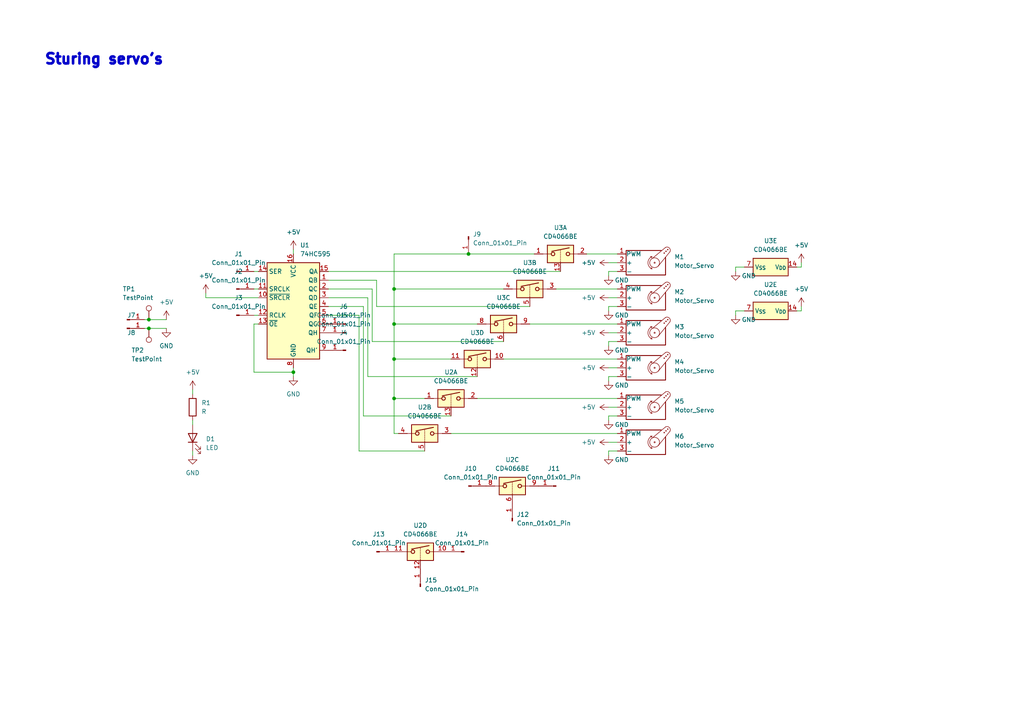
<source format=kicad_sch>
(kicad_sch (version 20230121) (generator eeschema)
  (paper "A4")
  (lib_symbols
    (symbol "+5V_3" (power) (pin_names (offset 0))
      (property "Value" "+5V_3" (at 0 3.556 0))
      (symbol "+5V_3_0_1"
        (polyline (pts (xy -0.762 1.27) (xy 0 2.54)))
        (polyline (pts (xy 0 0) (xy 0 2.54)))
        (polyline (pts (xy 0 2.54) (xy 0.762 1.27)))
      )
      (symbol "+5V_3_1_1"
        (pin power_in line (at 0 0 90) (length 0) hide (name "+5V") (number "1"))
      )
    )
    (symbol "74xx:74HC595"
      (property "Reference" "U" (at -7.62 13.97 0))
      (property "Value" "74HC595" (at -7.62 -16.51 0))
      (symbol "74HC595_1_0"
        (pin tri_state line (at 10.16 7.62 180) (length 2.54) (name "QB") (number "1"))
        (pin input line (at -10.16 2.54 0) (length 2.54) (name "~{SRCLR}") (number "10"))
        (pin input line (at -10.16 5.08 0) (length 2.54) (name "SRCLK") (number "11"))
        (pin input line (at -10.16 -2.54 0) (length 2.54) (name "RCLK") (number "12"))
        (pin input line (at -10.16 -5.08 0) (length 2.54) (name "~{OE}") (number "13"))
        (pin input line (at -10.16 10.16 0) (length 2.54) (name "SER") (number "14"))
        (pin tri_state line (at 10.16 10.16 180) (length 2.54) (name "QA") (number "15"))
        (pin power_in line (at 0 15.24 270) (length 2.54) (name "VCC") (number "16"))
        (pin tri_state line (at 10.16 5.08 180) (length 2.54) (name "QC") (number "2"))
        (pin tri_state line (at 10.16 2.54 180) (length 2.54) (name "QD") (number "3"))
        (pin tri_state line (at 10.16 0 180) (length 2.54) (name "QE") (number "4"))
        (pin tri_state line (at 10.16 -2.54 180) (length 2.54) (name "QF") (number "5"))
        (pin tri_state line (at 10.16 -5.08 180) (length 2.54) (name "QG") (number "6"))
        (pin tri_state line (at 10.16 -7.62 180) (length 2.54) (name "QH") (number "7"))
        (pin power_in line (at 0 -17.78 90) (length 2.54) (name "GND") (number "8"))
        (pin output line (at 10.16 -12.7 180) (length 2.54) (name "QH'") (number "9"))
      )
      (symbol "74HC595_1_1"
        (rectangle (start -7.62 12.7) (end 7.62 -15.24) (stroke (width 0.254)) (fill (type background)))
      )
    )
    (symbol "Analog_Switch:CD4066BE"
      (property "Reference" "U" (at -5.08 3.81 0))
      (property "Value" "CD4066BE" (at 7.62 3.81 0))
      (symbol "CD4066BE_1_1"
        (rectangle (start -3.81 2.54) (end 3.81 -2.54) (stroke (width 0.254)) (fill (type background)))
        (circle (center -2.159 0) (radius 0.508) (stroke (width 0.254)))
        (polyline (pts (xy -5.08 0) (xy -2.794 0)))
        (polyline (pts (xy -2.54 0.762) (xy 2.54 1.778)) (stroke (width 0.254)))
        (polyline (pts (xy 0 -2.54) (xy 0 -2.032)))
        (polyline (pts (xy 0 -1.778) (xy 0 -1.524)))
        (polyline (pts (xy 0 -1.27) (xy 0 -1.016)))
        (polyline (pts (xy 0 -0.762) (xy 0 -0.508)))
        (polyline (pts (xy 0 -0.254) (xy 0 0)))
        (polyline (pts (xy 0 0.254) (xy 0 0.508)))
        (polyline (pts (xy 0 0.762) (xy 0 1.016)))
        (polyline (pts (xy 5.08 0) (xy 2.794 0)))
        (circle (center 2.159 0) (radius 0.508) (stroke (width 0.254)))
        (pin bidirectional line (at -7.62 0 0) (length 2.54) (name "~") (number "1"))
        (pin input line (at 0 -5.08 90) (length 2.54) (name "~") (number "13"))
        (pin bidirectional line (at 7.62 0 180) (length 2.54) (name "~") (number "2"))
      )
      (symbol "CD4066BE_2_1"
        (rectangle (start -3.81 2.54) (end 3.81 -2.54) (stroke (width 0.254)) (fill (type background)))
        (circle (center -2.159 0) (radius 0.508) (stroke (width 0.254)))
        (polyline (pts (xy -5.08 0) (xy -2.794 0)))
        (polyline (pts (xy -2.54 0.762) (xy 2.54 1.778)) (stroke (width 0.254)))
        (polyline (pts (xy 0 -2.54) (xy 0 -2.032)))
        (polyline (pts (xy 0 -1.778) (xy 0 -1.524)))
        (polyline (pts (xy 0 -1.27) (xy 0 -1.016)))
        (polyline (pts (xy 0 -0.762) (xy 0 -0.508)))
        (polyline (pts (xy 0 -0.254) (xy 0 0)))
        (polyline (pts (xy 0 0.254) (xy 0 0.508)))
        (polyline (pts (xy 0 0.762) (xy 0 1.016)))
        (polyline (pts (xy 5.08 0) (xy 2.794 0)))
        (circle (center 2.159 0) (radius 0.508) (stroke (width 0.254)))
        (pin bidirectional line (at 7.62 0 180) (length 2.54) (name "~") (number "3"))
        (pin bidirectional line (at -7.62 0 0) (length 2.54) (name "~") (number "4"))
        (pin input line (at 0 -5.08 90) (length 2.54) (name "~") (number "5"))
      )
      (symbol "CD4066BE_3_1"
        (rectangle (start -3.81 2.54) (end 3.81 -2.54) (stroke (width 0.254)) (fill (type background)))
        (circle (center -2.159 0) (radius 0.508) (stroke (width 0.254)))
        (polyline (pts (xy -5.08 0) (xy -2.794 0)))
        (polyline (pts (xy -2.54 0.762) (xy 2.54 1.778)) (stroke (width 0.254)))
        (polyline (pts (xy 0 -2.54) (xy 0 -2.032)))
        (polyline (pts (xy 0 -1.778) (xy 0 -1.524)))
        (polyline (pts (xy 0 -1.27) (xy 0 -1.016)))
        (polyline (pts (xy 0 -0.762) (xy 0 -0.508)))
        (polyline (pts (xy 0 -0.254) (xy 0 0)))
        (polyline (pts (xy 0 0.254) (xy 0 0.508)))
        (polyline (pts (xy 0 0.762) (xy 0 1.016)))
        (polyline (pts (xy 5.08 0) (xy 2.794 0)))
        (circle (center 2.159 0) (radius 0.508) (stroke (width 0.254)))
        (pin input line (at 0 -5.08 90) (length 2.54) (name "~") (number "6"))
        (pin bidirectional line (at -7.62 0 0) (length 2.54) (name "~") (number "8"))
        (pin bidirectional line (at 7.62 0 180) (length 2.54) (name "~") (number "9"))
      )
      (symbol "CD4066BE_4_1"
        (rectangle (start -3.81 2.54) (end 3.81 -2.54) (stroke (width 0.254)) (fill (type background)))
        (circle (center -2.159 0) (radius 0.508) (stroke (width 0.254)))
        (polyline (pts (xy -5.08 0) (xy -2.794 0)))
        (polyline (pts (xy -2.54 0.762) (xy 2.54 1.778)) (stroke (width 0.254)))
        (polyline (pts (xy 0 -2.54) (xy 0 -2.032)))
        (polyline (pts (xy 0 -1.778) (xy 0 -1.524)))
        (polyline (pts (xy 0 -1.27) (xy 0 -1.016)))
        (polyline (pts (xy 0 -0.762) (xy 0 -0.508)))
        (polyline (pts (xy 0 -0.254) (xy 0 0)))
        (polyline (pts (xy 0 0.254) (xy 0 0.508)))
        (polyline (pts (xy 0 0.762) (xy 0 1.016)))
        (polyline (pts (xy 5.08 0) (xy 2.794 0)))
        (circle (center 2.159 0) (radius 0.508) (stroke (width 0.254)))
        (pin bidirectional line (at 7.62 0 180) (length 2.54) (name "~") (number "10"))
        (pin bidirectional line (at -7.62 0 0) (length 2.54) (name "~") (number "11"))
        (pin input line (at 0 -5.08 90) (length 2.54) (name "~") (number "12"))
      )
      (symbol "CD4066BE_5_1"
        (rectangle (start -2.54 5.08) (end 2.54 -5.08) (stroke (width 0.254)) (fill (type background)))
        (pin power_in line (at 0 7.62 270) (length 2.54) (name "V_{DD}") (number "14"))
        (pin power_in line (at 0 -7.62 90) (length 2.54) (name "V_{SS}") (number "7"))
      )
    )
    (symbol "Connector:Conn_01x01_Pin" (pin_names (offset 1.016) hide)
      (property "Reference" "J" (at 0 2.54 0))
      (property "Value" "Conn_01x01_Pin" (at 0 -2.54 0))
      (symbol "Conn_01x01_Pin_1_1"
        (polyline (pts (xy 1.27 0) (xy 0.8636 0)) (stroke (width 0.1524)))
        (rectangle (start 0.8636 0.127) (end 0 -0.127) (stroke (width 0.1524)) (fill (type outline)))
        (pin passive line (at 5.08 0 180) (length 3.81) (name "Pin_1") (number "1"))
      )
    )
    (symbol "Connector:TestPoint" (pin_numbers hide) (pin_names (offset 0.762) hide)
      (property "Reference" "TP" (at 0 6.858 0))
      (property "Value" "TestPoint" (at 0 5.08 0))
      (symbol "TestPoint_0_1"
        (circle (center 0 3.302) (radius 0.762))
      )
      (symbol "TestPoint_1_1"
        (pin passive line (at 0 0 90) (length 2.54) (name "1") (number "1"))
      )
    )
    (symbol "Device:LED" (pin_numbers hide) (pin_names (offset 1.016) hide)
      (property "Reference" "D" (at 0 2.54 0))
      (property "Value" "LED" (at 0 -2.54 0))
      (symbol "LED_0_1"
        (polyline (pts (xy -1.27 -1.27) (xy -1.27 1.27)) (stroke (width 0.254)))
        (polyline (pts (xy -1.27 0) (xy 1.27 0)))
        (polyline (pts (xy 1.27 -1.27) (xy 1.27 1.27) (xy -1.27 0) (xy 1.27 -1.27)) (stroke (width 0.254)))
        (polyline (pts (xy -3.048 -0.762) (xy -4.572 -2.286) (xy -3.81 -2.286) (xy -4.572 -2.286) (xy -4.572 -1.524)))
        (polyline (pts (xy -1.778 -0.762) (xy -3.302 -2.286) (xy -2.54 -2.286) (xy -3.302 -2.286) (xy -3.302 -1.524)))
      )
      (symbol "LED_1_1"
        (pin passive line (at -3.81 0 0) (length 2.54) (name "K") (number "1"))
        (pin passive line (at 3.81 0 180) (length 2.54) (name "A") (number "2"))
      )
    )
    (symbol "Device:R" (pin_numbers hide) (pin_names (offset 0))
      (property "Reference" "R" (at 2.032 0 90))
      (property "Value" "R" (at 0 0 90))
      (symbol "R_0_1"
        (rectangle (start -1.016 -2.54) (end 1.016 2.54) (stroke (width 0.254)))
      )
      (symbol "R_1_1"
        (pin passive line (at 0 3.81 270) (length 1.27) (name "~") (number "1"))
        (pin passive line (at 0 -3.81 90) (length 1.27) (name "~") (number "2"))
      )
    )
    (symbol "GND_1" (power) (pin_names (offset 0))
      (property "Value" "GND_1" (at 0 -3.81 0))
      (symbol "GND_1_0_1"
        (polyline (pts (xy 0 0) (xy 0 -1.27) (xy 1.27 -1.27) (xy 0 -2.54) (xy -1.27 -1.27) (xy 0 -1.27)))
      )
      (symbol "GND_1_1_1"
        (pin power_in line (at 0 0 270) (length 0) hide (name "GND") (number "1"))
      )
    )
    (symbol "GND_4" (power) (pin_names (offset 0))
      (property "Value" "GND_4" (at 0 -3.81 0))
      (symbol "GND_4_0_1"
        (polyline (pts (xy 0 0) (xy 0 -1.27) (xy 1.27 -1.27) (xy 0 -2.54) (xy -1.27 -1.27) (xy 0 -1.27)))
      )
      (symbol "GND_4_1_1"
        (pin power_in line (at 0 0 270) (length 0) hide (name "GND") (number "1"))
      )
    )
    (symbol "Motor:Motor_Servo" (pin_names (offset 0.0254))
      (property "Reference" "M" (at -5.08 4.445 0))
      (property "Value" "Motor_Servo" (at -5.08 -4.064 0))
      (symbol "Motor_Servo_0_1"
        (polyline (pts (xy 2.413 -1.778) (xy 2.032 -1.778)))
        (polyline (pts (xy 2.413 -1.778) (xy 2.286 -1.397)))
        (polyline (pts (xy 2.413 1.778) (xy 1.905 1.778)))
        (polyline (pts (xy 2.413 1.778) (xy 2.286 1.397)))
        (polyline (pts (xy 6.35 4.445) (xy 2.54 1.27)))
        (polyline (pts (xy 7.62 3.175) (xy 4.191 -1.016)))
        (polyline (pts (xy 5.08 3.556) (xy -5.08 3.556) (xy -5.08 -3.556) (xy 6.35 -3.556) (xy 6.35 1.524)) (stroke (width 0.254)))
        (arc (start 2.413 1.778) (mid 1.2406 0) (end 2.413 -1.778))
        (circle (center 3.175 0) (radius 0.1778))
        (circle (center 3.175 0) (radius 1.4224))
        (circle (center 5.969 2.794) (radius 0.127))
        (circle (center 6.477 3.302) (radius 0.127))
        (circle (center 6.985 3.81) (radius 0.127))
        (arc (start 7.62 3.175) (mid 7.4485 4.2735) (end 6.35 4.445))
      )
      (symbol "Motor_Servo_1_1"
        (pin passive line (at -7.62 2.54 0) (length 2.54) (name "PWM") (number "1"))
        (pin passive line (at -7.62 0 0) (length 2.54) (name "+") (number "2"))
        (pin passive line (at -7.62 -2.54 0) (length 2.54) (name "-") (number "3"))
      )
    )
    (symbol "power:+5V" (power) (pin_names (offset 0))
      (property "Value" "+5V" (at 0 3.556 0))
      (symbol "+5V_0_1"
        (polyline (pts (xy -0.762 1.27) (xy 0 2.54)))
        (polyline (pts (xy 0 0) (xy 0 2.54)))
        (polyline (pts (xy 0 2.54) (xy 0.762 1.27)))
      )
      (symbol "+5V_1_1"
        (pin power_in line (at 0 0 90) (length 0) hide (name "+5V") (number "1"))
      )
    )
  )
  (junction (at 135.89 73.66))
  (junction (at 43.18 92.71))
  (junction (at 43.18 95.25))
  (junction (at 114.3 93.98))
  (junction (at 114.3 104.14))
  (junction (at 114.3 83.82))
  (junction (at 114.3 115.57))
  (junction (at 85.09 107.95))
  (wire (pts (xy 55.88 113.03) (xy 55.88 114.3)))
  (wire (pts (xy 73.66 93.98) (xy 73.66 107.95)))
  (wire (pts (xy 114.3 93.98) (xy 114.3 104.14)))
  (wire (pts (xy 59.69 86.36) (xy 59.69 85.09)))
  (wire (pts (xy 95.25 86.36) (xy 106.68 86.36)))
  (wire (pts (xy 107.95 83.82) (xy 107.95 99.06)))
  (wire (pts (xy 176.53 100.33) (xy 176.53 99.06)))
  (wire (pts (xy 109.22 81.28) (xy 109.22 88.9)))
  (wire (pts (xy 231.14 90.17) (xy 232.41 90.17)))
  (wire (pts (xy 232.41 90.17) (xy 232.41 88.9)))
  (wire (pts (xy 213.36 90.17) (xy 213.36 91.44)))
  (wire (pts (xy 114.3 104.14) (xy 130.81 104.14)))
  (wire (pts (xy 114.3 93.98) (xy 138.43 93.98)))
  (wire (pts (xy 85.09 106.68) (xy 85.09 107.95)))
  (wire (pts (xy 95.25 83.82) (xy 107.95 83.82)))
  (wire (pts (xy 74.93 86.36) (xy 59.69 86.36)))
  (wire (pts (xy 73.66 83.82) (xy 74.93 83.82)))
  (wire (pts (xy 115.57 125.73) (xy 114.3 125.73)))
  (wire (pts (xy 231.14 77.47) (xy 232.41 77.47)))
  (wire (pts (xy 146.05 104.14) (xy 179.07 104.14)))
  (wire (pts (xy 153.67 93.98) (xy 179.07 93.98)))
  (wire (pts (xy 109.22 88.9) (xy 153.67 88.9)))
  (wire (pts (xy 179.07 88.9) (xy 176.53 88.9)))
  (wire (pts (xy 114.3 104.14) (xy 114.3 115.57)))
  (wire (pts (xy 215.9 77.47) (xy 213.36 77.47)))
  (wire (pts (xy 55.88 130.81) (xy 55.88 132.08)))
  (wire (pts (xy 176.53 128.27) (xy 179.07 128.27)))
  (wire (pts (xy 95.25 81.28) (xy 109.22 81.28)))
  (wire (pts (xy 74.93 93.98) (xy 73.66 93.98)))
  (wire (pts (xy 176.53 96.52) (xy 179.07 96.52)))
  (wire (pts (xy 179.07 78.74) (xy 176.53 78.74)))
  (wire (pts (xy 179.07 130.81) (xy 176.53 130.81)))
  (wire (pts (xy 106.68 86.36) (xy 106.68 109.22)))
  (wire (pts (xy 215.9 90.17) (xy 213.36 90.17)))
  (wire (pts (xy 43.18 95.25) (xy 48.26 95.25)))
  (wire (pts (xy 179.07 120.65) (xy 176.53 120.65)))
  (wire (pts (xy 105.41 120.65) (xy 130.81 120.65)))
  (wire (pts (xy 179.07 109.22) (xy 176.53 109.22)))
  (wire (pts (xy 114.3 73.66) (xy 114.3 83.82)))
  (wire (pts (xy 179.07 115.57) (xy 138.43 115.57)))
  (wire (pts (xy 95.25 88.9) (xy 105.41 88.9)))
  (wire (pts (xy 104.14 130.81) (xy 123.19 130.81)))
  (wire (pts (xy 73.66 91.44) (xy 74.93 91.44)))
  (wire (pts (xy 114.3 115.57) (xy 114.3 125.73)))
  (wire (pts (xy 135.89 73.66) (xy 154.94 73.66)))
  (wire (pts (xy 176.53 130.81) (xy 176.53 132.08)))
  (wire (pts (xy 176.53 120.65) (xy 176.53 121.92)))
  (wire (pts (xy 41.91 92.71) (xy 43.18 92.71)))
  (wire (pts (xy 213.36 77.47) (xy 213.36 78.74)))
  (wire (pts (xy 232.41 77.47) (xy 232.41 76.2)))
  (wire (pts (xy 161.29 83.82) (xy 179.07 83.82)))
  (wire (pts (xy 146.05 83.82) (xy 114.3 83.82)))
  (wire (pts (xy 73.66 78.74) (xy 74.93 78.74)))
  (wire (pts (xy 176.53 106.68) (xy 179.07 106.68)))
  (wire (pts (xy 170.18 73.66) (xy 179.07 73.66)))
  (wire (pts (xy 95.25 91.44) (xy 104.14 91.44)))
  (wire (pts (xy 104.14 91.44) (xy 104.14 130.81)))
  (wire (pts (xy 85.09 107.95) (xy 85.09 109.22)))
  (wire (pts (xy 85.09 72.39) (xy 85.09 73.66)))
  (wire (pts (xy 43.18 92.71) (xy 48.26 92.71)))
  (wire (pts (xy 105.41 88.9) (xy 105.41 120.65)))
  (wire (pts (xy 73.66 107.95) (xy 85.09 107.95)))
  (wire (pts (xy 176.53 78.74) (xy 176.53 80.01)))
  (wire (pts (xy 41.91 95.25) (xy 43.18 95.25)))
  (wire (pts (xy 176.53 86.36) (xy 179.07 86.36)))
  (wire (pts (xy 114.3 83.82) (xy 114.3 93.98)))
  (wire (pts (xy 55.88 121.92) (xy 55.88 123.19)))
  (wire (pts (xy 130.81 125.73) (xy 179.07 125.73)))
  (wire (pts (xy 176.53 109.22) (xy 176.53 110.49)))
  (wire (pts (xy 114.3 73.66) (xy 135.89 73.66)))
  (wire (pts (xy 176.53 88.9) (xy 176.53 90.17)))
  (wire (pts (xy 176.53 99.06) (xy 179.07 99.06)))
  (wire (pts (xy 114.3 115.57) (xy 123.19 115.57)))
  (wire (pts (xy 106.68 109.22) (xy 138.43 109.22)))
  (wire (pts (xy 176.53 76.2) (xy 179.07 76.2)))
  (wire (pts (xy 107.95 99.06) (xy 146.05 99.06)))
  (wire (pts (xy 176.53 118.11) (xy 179.07 118.11)))
  (wire (pts (xy 162.56 78.74) (xy 95.25 78.74)))
  (text "Sturing servo's" (at 12.7 19.05 0) (effects (font (size 3 3) (thickness 1) bold) (justify left bottom)))
  (symbol (lib_id "Device:R") (at 55.88 118.11 0) (unit 1)
    (property "Reference" "R1" (at 58.42 116.84 0) (effects (justify left)))
    (property "Value" "R" (at 58.42 119.38 0) (effects (justify left)))
    (property "Footprint" "Resistor_SMD:R_0805_2012Metric_Pad1.20x1.40mm_HandSolder" (effects hide))
  )
  (symbol (lib_id "power:+5V") (at 176.53 106.68 90) (unit 1)
    (property "Reference" "#PWR017" (effects hide))
    (property "Value" "+5V" (at 172.72 106.68 90) (effects (justify left)))
  )
  (symbol (lib_id "Analog_Switch:CD4066BE") (at 153.67 83.82 0) (unit 2)
    (property "Reference" "U3" (at 153.67 76.2 0))
    (property "Value" "CD4066BE" (at 153.67 78.74 0))
    (property "Footprint" "Package_DIP:DIP-14_W7.62mm_Socket" (effects hide))
    (property "Datasheet" "https://www.ti.com/lit/ds/symlink/cd4066b.pdf" (effects hide))
  )
  (symbol (lib_id "power:+5V") (at 176.53 86.36 90) (unit 1)
    (property "Reference" "#PWR015" (effects hide))
    (property "Value" "+5V" (at 172.72 86.36 90) (effects (justify left)))
  )
  (symbol (lib_id "Analog_Switch:CD4066BE") (at 223.52 77.47 270) (unit 5)
    (property "Reference" "U3" (at 223.52 69.85 90))
    (property "Value" "CD4066BE" (at 223.52 72.39 90))
    (property "Footprint" "Package_DIP:DIP-14_W7.62mm_Socket" (effects hide))
    (property "Datasheet" "https://www.ti.com/lit/ds/symlink/cd4066b.pdf" (effects hide))
  )
  (symbol (lib_id "Motor:Motor_Servo") (at 186.69 106.68 0) (unit 1)
    (property "Reference" "M4" (at 195.58 104.9766 0) (effects (justify left)))
    (property "Value" "Motor_Servo" (at 195.58 107.5166 0) (effects (justify left)))
    (property "Footprint" "Connector_PinHeader_2.54mm:PinHeader_1x03_P2.54mm_Vertical" (effects hide))
    (property "Datasheet" "http://forums.parallax.com/uploads/attachments/46831/74481.png" (effects hide))
  )
  (symbol (lib_name "GND_4") (lib_id "power:GND") (at 176.53 132.08 0) (unit 1)
    (property "Reference" "#PWR09" (effects hide))
    (property "Value" "GND" (at 180.34 133.35 0))
  )
  (symbol (lib_name "+5V_3") (lib_id "power:+5V") (at 59.69 85.09 0) (unit 1)
    (property "Reference" "#PWR01" (effects hide))
    (property "Value" "+5V" (at 59.69 80.01 0))
  )
  (symbol (lib_name "GND_4") (lib_id "power:GND") (at 176.53 121.92 0) (unit 1)
    (property "Reference" "#PWR08" (effects hide))
    (property "Value" "GND" (at 180.34 123.19 0))
  )
  (symbol (lib_name "GND_4") (lib_id "power:GND") (at 176.53 110.49 0) (unit 1)
    (property "Reference" "#PWR07" (effects hide))
    (property "Value" "GND" (at 180.34 111.76 0))
  )
  (symbol (lib_id "Connector:TestPoint") (at 43.18 95.25 180) (unit 1)
    (property "Reference" "TP2" (at 38.1 101.6 0) (effects (justify right)))
    (property "Value" "TestPoint" (at 38.1 104.14 0) (effects (justify right)))
    (property "Footprint" "TestPoint:TestPoint_Pad_D1.5mm" (effects hide))
  )
  (symbol (lib_name "+5V_3") (lib_id "power:+5V") (at 48.26 92.71 0) (unit 1)
    (property "Reference" "#PWR021" (effects hide))
    (property "Value" "+5V" (at 48.26 87.63 0))
  )
  (symbol (lib_id "Connector:Conn_01x01_Pin") (at 135.89 68.58 270) (unit 1)
    (property "Reference" "J9" (at 137.16 67.945 90) (effects (justify left)))
    (property "Value" "Conn_01x01_Pin" (at 137.16 70.485 90) (effects (justify left)))
    (property "Footprint" "Connector_PinHeader_2.54mm:PinHeader_1x01_P2.54mm_Vertical" (effects hide))
  )
  (symbol (lib_id "Connector:Conn_01x01_Pin") (at 100.33 93.98 180) (unit 1)
    (property "Reference" "J6" (at 99.695 88.9 0))
    (property "Value" "Conn_01x01_Pin" (at 99.695 91.44 0))
    (property "Footprint" "Connector_PinHeader_2.54mm:PinHeader_1x01_P2.54mm_Vertical" (effects hide))
  )
  (symbol (lib_name "GND_1") (lib_id "power:GND") (at 48.26 95.25 0) (unit 1)
    (property "Reference" "#PWR020" (effects hide))
    (property "Value" "GND" (at 48.26 100.33 0))
  )
  (symbol (lib_name "GND_4") (lib_id "power:GND") (at 213.36 78.74 0) (unit 1)
    (property "Reference" "#PWR010" (effects hide))
    (property "Value" "GND" (at 217.17 80.01 0))
  )
  (symbol (lib_id "Analog_Switch:CD4066BE") (at 123.19 125.73 0) (unit 2)
    (property "Reference" "U2" (at 123.19 118.11 0))
    (property "Value" "CD4066BE" (at 123.19 120.65 0))
    (property "Footprint" "Package_DIP:DIP-14_W7.62mm_Socket" (effects hide))
    (property "Datasheet" "https://www.ti.com/lit/ds/symlink/cd4066b.pdf" (effects hide))
  )
  (symbol (lib_name "+5V_3") (lib_id "power:+5V") (at 232.41 76.2 0) (unit 1)
    (property "Reference" "#PWR012" (effects hide))
    (property "Value" "+5V" (at 232.41 71.12 0))
  )
  (symbol (lib_name "GND_1") (lib_id "power:GND") (at 55.88 132.08 0) (unit 1)
    (property "Reference" "#PWR023" (effects hide))
    (property "Value" "GND" (at 55.88 137.16 0))
  )
  (symbol (lib_name "GND_1") (lib_id "power:GND") (at 85.09 109.22 0) (unit 1)
    (property "Reference" "#PWR03" (effects hide))
    (property "Value" "GND" (at 85.09 114.3 0))
  )
  (symbol (lib_id "Connector:Conn_01x01_Pin") (at 100.33 96.52 180) (unit 1)
    (property "Reference" "J5" (at 99.695 91.44 0))
    (property "Value" "Conn_01x01_Pin" (at 99.695 93.98 0))
    (property "Footprint" "Connector_PinHeader_2.54mm:PinHeader_1x01_P2.54mm_Vertical" (effects hide))
  )
  (symbol (lib_id "Connector:Conn_01x01_Pin") (at 68.58 78.74 0) (unit 1)
    (property "Reference" "J1" (at 69.215 73.66 0))
    (property "Value" "Conn_01x01_Pin" (at 69.215 76.2 0))
    (property "Footprint" "Connector_PinHeader_2.54mm:PinHeader_1x01_P2.54mm_Vertical" (effects hide))
  )
  (symbol (lib_id "Connector:Conn_01x01_Pin") (at 68.58 91.44 0) (unit 1)
    (property "Reference" "J3" (at 69.215 86.36 0))
    (property "Value" "Conn_01x01_Pin" (at 69.215 88.9 0))
    (property "Footprint" "Connector_PinHeader_2.54mm:PinHeader_1x01_P2.54mm_Vertical" (effects hide))
  )
  (symbol (lib_id "Connector:Conn_01x01_Pin") (at 36.83 92.71 0) (unit 1)
    (property "Reference" "J7" (at 38.1 91.44 0))
    (property "Value" "Conn_01x01_Pin" (effects hide))
    (property "Footprint" "Connector_PinHeader_2.54mm:PinHeader_1x01_P2.54mm_Vertical" (effects hide))
  )
  (symbol (lib_id "Connector:TestPoint") (at 43.18 92.71 0) (unit 1)
    (property "Reference" "TP1" (at 35.56 83.82 0) (effects (justify left)))
    (property "Value" "TestPoint" (at 35.56 86.36 0) (effects (justify left)))
    (property "Footprint" "TestPoint:TestPoint_Pad_D1.5mm" (effects hide))
  )
  (symbol (lib_id "Motor:Motor_Servo") (at 186.69 76.2 0) (unit 1)
    (property "Reference" "M1" (at 195.58 74.4966 0) (effects (justify left)))
    (property "Value" "Motor_Servo" (at 195.58 77.0366 0) (effects (justify left)))
    (property "Footprint" "Connector_PinHeader_2.54mm:PinHeader_1x03_P2.54mm_Vertical" (effects hide))
    (property "Datasheet" "http://forums.parallax.com/uploads/attachments/46831/74481.png" (effects hide))
  )
  (symbol (lib_id "Motor:Motor_Servo") (at 186.69 86.36 0) (unit 1)
    (property "Reference" "M2" (at 195.58 84.6566 0) (effects (justify left)))
    (property "Value" "Motor_Servo" (at 195.58 87.1966 0) (effects (justify left)))
    (property "Footprint" "Connector_PinHeader_2.54mm:PinHeader_1x03_P2.54mm_Vertical" (effects hide))
    (property "Datasheet" "http://forums.parallax.com/uploads/attachments/46831/74481.png" (effects hide))
  )
  (symbol (lib_id "Analog_Switch:CD4066BE") (at 121.92 160.02 0) (unit 4)
    (property "Reference" "U2" (at 121.92 152.4 0))
    (property "Value" "CD4066BE" (at 121.92 154.94 0))
    (property "Footprint" "Package_DIP:DIP-14_W7.62mm_Socket" (effects hide))
    (property "Datasheet" "https://www.ti.com/lit/ds/symlink/cd4066b.pdf" (effects hide))
  )
  (symbol (lib_id "Connector:Conn_01x01_Pin") (at 148.59 151.13 90) (unit 1)
    (property "Reference" "J12" (at 149.86 149.225 90) (effects (justify right)))
    (property "Value" "Conn_01x01_Pin" (at 149.86 151.765 90) (effects (justify right)))
    (property "Footprint" "Connector_PinHeader_2.54mm:PinHeader_1x01_P2.54mm_Vertical" (effects hide))
  )
  (symbol (lib_id "Analog_Switch:CD4066BE") (at 138.43 104.14 0) (unit 4)
    (property "Reference" "U3" (at 138.43 96.52 0))
    (property "Value" "CD4066BE" (at 138.43 99.06 0))
    (property "Footprint" "Package_DIP:DIP-14_W7.62mm_Socket" (effects hide))
    (property "Datasheet" "https://www.ti.com/lit/ds/symlink/cd4066b.pdf" (effects hide))
  )
  (symbol (lib_name "GND_4") (lib_id "power:GND") (at 176.53 100.33 0) (unit 1)
    (property "Reference" "#PWR06" (effects hide))
    (property "Value" "GND" (at 180.34 101.6 0))
  )
  (symbol (lib_name "GND_4") (lib_id "power:GND") (at 176.53 90.17 0) (unit 1)
    (property "Reference" "#PWR05" (effects hide))
    (property "Value" "GND" (at 180.34 91.44 0))
  )
  (symbol (lib_id "Connector:Conn_01x01_Pin") (at 100.33 101.6 180) (unit 1)
    (property "Reference" "J4" (at 99.695 96.52 0))
    (property "Value" "Conn_01x01_Pin" (at 99.695 99.06 0))
    (property "Footprint" "Connector_PinHeader_2.54mm:PinHeader_1x01_P2.54mm_Vertical" (effects hide))
  )
  (symbol (lib_id "Connector:Conn_01x01_Pin") (at 109.22 160.02 0) (unit 1)
    (property "Reference" "J13" (at 109.855 154.94 0))
    (property "Value" "Conn_01x01_Pin" (at 109.855 157.48 0))
    (property "Footprint" "Connector_PinHeader_2.54mm:PinHeader_1x01_P2.54mm_Vertical" (effects hide))
  )
  (symbol (lib_id "Motor:Motor_Servo") (at 186.69 118.11 0) (unit 1)
    (property "Reference" "M5" (at 195.58 116.4066 0) (effects (justify left)))
    (property "Value" "Motor_Servo" (at 195.58 118.9466 0) (effects (justify left)))
    (property "Footprint" "Connector_PinHeader_2.54mm:PinHeader_1x03_P2.54mm_Vertical" (effects hide))
    (property "Datasheet" "http://forums.parallax.com/uploads/attachments/46831/74481.png" (effects hide))
  )
  (symbol (lib_id "Connector:Conn_01x01_Pin") (at 161.29 140.97 180) (unit 1)
    (property "Reference" "J11" (at 160.655 135.89 0))
    (property "Value" "Conn_01x01_Pin" (at 160.655 138.43 0))
    (property "Footprint" "Connector_PinHeader_2.54mm:PinHeader_1x01_P2.54mm_Vertical" (effects hide))
  )
  (symbol (lib_id "Motor:Motor_Servo") (at 186.69 96.52 0) (unit 1)
    (property "Reference" "M3" (at 195.58 94.8166 0) (effects (justify left)))
    (property "Value" "Motor_Servo" (at 195.58 97.3566 0) (effects (justify left)))
    (property "Footprint" "Connector_PinHeader_2.54mm:PinHeader_1x03_P2.54mm_Vertical" (effects hide))
    (property "Datasheet" "http://forums.parallax.com/uploads/attachments/46831/74481.png" (effects hide))
  )
  (symbol (lib_id "Analog_Switch:CD4066BE") (at 148.59 140.97 0) (unit 3)
    (property "Reference" "U2" (at 148.59 133.35 0))
    (property "Value" "CD4066BE" (at 148.59 135.89 0))
    (property "Footprint" "Package_DIP:DIP-14_W7.62mm_Socket" (effects hide))
    (property "Datasheet" "https://www.ti.com/lit/ds/symlink/cd4066b.pdf" (effects hide))
  )
  (symbol (lib_id "power:+5V") (at 176.53 128.27 90) (unit 1)
    (property "Reference" "#PWR019" (effects hide))
    (property "Value" "+5V" (at 172.72 128.27 90) (effects (justify left)))
  )
  (symbol (lib_id "Connector:Conn_01x01_Pin") (at 68.58 83.82 0) (unit 1)
    (property "Reference" "J2" (at 69.215 78.74 0))
    (property "Value" "Conn_01x01_Pin" (at 69.215 81.28 0))
    (property "Footprint" "Connector_PinHeader_2.54mm:PinHeader_1x01_P2.54mm_Vertical" (effects hide))
  )
  (symbol (lib_id "Connector:Conn_01x01_Pin") (at 121.92 170.18 90) (unit 1)
    (property "Reference" "J15" (at 123.19 168.275 90) (effects (justify right)))
    (property "Value" "Conn_01x01_Pin" (at 123.19 170.815 90) (effects (justify right)))
    (property "Footprint" "Connector_PinHeader_2.54mm:PinHeader_1x01_P2.54mm_Vertical" (effects hide))
  )
  (symbol (lib_id "Analog_Switch:CD4066BE") (at 223.52 90.17 270) (unit 5)
    (property "Reference" "U2" (at 223.52 82.55 90))
    (property "Value" "CD4066BE" (at 223.52 85.09 90))
    (property "Footprint" "Package_DIP:DIP-14_W7.62mm_Socket" (effects hide))
    (property "Datasheet" "https://www.ti.com/lit/ds/symlink/cd4066b.pdf" (effects hide))
  )
  (symbol (lib_id "Motor:Motor_Servo") (at 186.69 128.27 0) (unit 1)
    (property "Reference" "M6" (at 195.58 126.5666 0) (effects (justify left)))
    (property "Value" "Motor_Servo" (at 195.58 129.1066 0) (effects (justify left)))
    (property "Footprint" "Connector_PinHeader_2.54mm:PinHeader_1x03_P2.54mm_Vertical" (effects hide))
    (property "Datasheet" "http://forums.parallax.com/uploads/attachments/46831/74481.png" (effects hide))
  )
  (symbol (lib_name "GND_4") (lib_id "power:GND") (at 213.36 91.44 0) (unit 1)
    (property "Reference" "#PWR011" (effects hide))
    (property "Value" "GND" (at 217.17 92.71 0))
  )
  (symbol (lib_name "+5V_3") (lib_id "power:+5V") (at 55.88 113.03 0) (unit 1)
    (property "Reference" "#PWR022" (effects hide))
    (property "Value" "+5V" (at 55.88 107.95 0))
  )
  (symbol (lib_id "Connector:Conn_01x01_Pin") (at 135.89 140.97 0) (unit 1)
    (property "Reference" "J10" (at 136.525 135.89 0))
    (property "Value" "Conn_01x01_Pin" (at 136.525 138.43 0))
    (property "Footprint" "Connector_PinHeader_2.54mm:PinHeader_1x01_P2.54mm_Vertical" (effects hide))
  )
  (symbol (lib_id "power:+5V") (at 176.53 96.52 90) (unit 1)
    (property "Reference" "#PWR016" (effects hide))
    (property "Value" "+5V" (at 172.72 96.52 90) (effects (justify left)))
  )
  (symbol (lib_id "Analog_Switch:CD4066BE") (at 146.05 93.98 0) (unit 3)
    (property "Reference" "U3" (at 146.05 86.36 0))
    (property "Value" "CD4066BE" (at 146.05 88.9 0))
    (property "Footprint" "Package_DIP:DIP-14_W7.62mm_Socket" (effects hide))
    (property "Datasheet" "https://www.ti.com/lit/ds/symlink/cd4066b.pdf" (effects hide))
  )
  (symbol (lib_name "+5V_3") (lib_id "power:+5V") (at 232.41 88.9 0) (unit 1)
    (property "Reference" "#PWR013" (effects hide))
    (property "Value" "+5V" (at 232.41 83.82 0))
  )
  (symbol (lib_id "74xx:74HC595") (at 85.09 88.9 0) (unit 1)
    (property "Reference" "U1" (at 87.0459 71.12 0) (effects (justify left)))
    (property "Value" "74HC595" (at 87.0459 73.66 0) (effects (justify left)))
    (property "Footprint" "Package_DIP:DIP-16_W7.62mm_Socket" (effects hide))
    (property "Datasheet" "http://www.ti.com/lit/ds/symlink/sn74hc595.pdf" (effects hide))
  )
  (symbol (lib_id "Connector:Conn_01x01_Pin") (at 36.83 95.25 0) (unit 1)
    (property "Reference" "J8" (at 38.1 96.52 0))
    (property "Value" "Conn_01x01_Pin" (effects hide))
    (property "Footprint" "Connector_PinHeader_2.54mm:PinHeader_1x01_P2.54mm_Vertical" (effects hide))
  )
  (symbol (lib_id "Connector:Conn_01x01_Pin") (at 134.62 160.02 180) (unit 1)
    (property "Reference" "J14" (at 133.985 154.94 0))
    (property "Value" "Conn_01x01_Pin" (at 133.985 157.48 0))
    (property "Footprint" "Connector_PinHeader_2.54mm:PinHeader_1x01_P2.54mm_Vertical" (effects hide))
  )
  (symbol (lib_id "power:+5V") (at 176.53 118.11 90) (unit 1)
    (property "Reference" "#PWR018" (effects hide))
    (property "Value" "+5V" (at 172.72 118.11 90) (effects (justify left)))
  )
  (symbol (lib_id "Analog_Switch:CD4066BE") (at 162.56 73.66 0) (unit 1)
    (property "Reference" "U3" (at 162.56 66.04 0))
    (property "Value" "CD4066BE" (at 162.56 68.58 0))
    (property "Footprint" "Package_DIP:DIP-14_W7.62mm_Socket" (effects hide))
    (property "Datasheet" "https://www.ti.com/lit/ds/symlink/cd4066b.pdf" (effects hide))
  )
  (symbol (lib_name "GND_4") (lib_id "power:GND") (at 176.53 80.01 0) (unit 1)
    (property "Reference" "#PWR04" (effects hide))
    (property "Value" "GND" (at 180.34 81.28 0))
  )
  (symbol (lib_id "power:+5V") (at 176.53 76.2 90) (unit 1)
    (property "Reference" "#PWR014" (effects hide))
    (property "Value" "+5V" (at 172.72 76.2 90) (effects (justify left)))
  )
  (symbol (lib_id "Device:LED") (at 55.88 127 90) (unit 1)
    (property "Reference" "D1" (at 59.69 127.3175 90) (effects (justify right)))
    (property "Value" "LED" (at 59.69 129.8575 90) (effects (justify right)))
    (property "Footprint" "LED_SMD:LED_0805_2012Metric_Pad1.15x1.40mm_HandSolder" (effects hide))
  )
  (symbol (lib_id "Analog_Switch:CD4066BE") (at 130.81 115.57 0) (unit 1)
    (property "Reference" "U2" (at 130.81 107.95 0))
    (property "Value" "CD4066BE" (at 130.81 110.49 0))
    (property "Footprint" "Package_DIP:DIP-14_W7.62mm_Socket" (effects hide))
    (property "Datasheet" "https://www.ti.com/lit/ds/symlink/cd4066b.pdf" (effects hide))
  )
  (symbol (lib_name "+5V_3") (lib_id "power:+5V") (at 85.09 72.39 0) (unit 1)
    (property "Reference" "#PWR02" (effects hide))
    (property "Value" "+5V" (at 85.09 67.31 0))
  )
)
</source>
